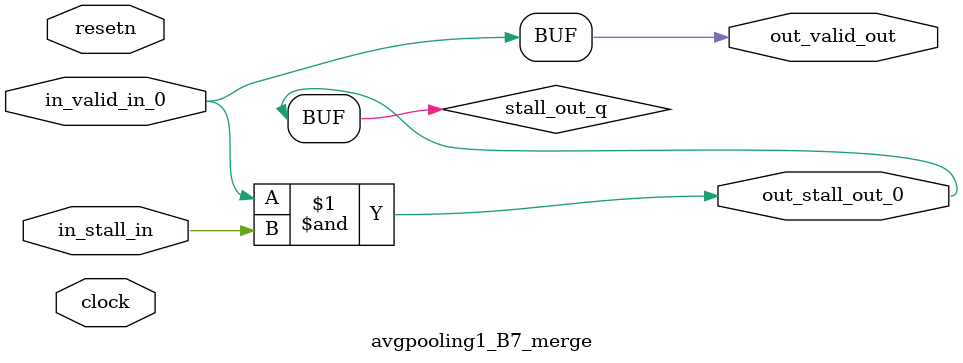
<source format=sv>



(* altera_attribute = "-name AUTO_SHIFT_REGISTER_RECOGNITION OFF; -name MESSAGE_DISABLE 10036; -name MESSAGE_DISABLE 10037; -name MESSAGE_DISABLE 14130; -name MESSAGE_DISABLE 14320; -name MESSAGE_DISABLE 15400; -name MESSAGE_DISABLE 14130; -name MESSAGE_DISABLE 10036; -name MESSAGE_DISABLE 12020; -name MESSAGE_DISABLE 12030; -name MESSAGE_DISABLE 12010; -name MESSAGE_DISABLE 12110; -name MESSAGE_DISABLE 14320; -name MESSAGE_DISABLE 13410; -name MESSAGE_DISABLE 113007; -name MESSAGE_DISABLE 10958" *)
module avgpooling1_B7_merge (
    input wire [0:0] in_stall_in,
    input wire [0:0] in_valid_in_0,
    output wire [0:0] out_stall_out_0,
    output wire [0:0] out_valid_out,
    input wire clock,
    input wire resetn
    );

    wire [0:0] stall_out_q;


    // stall_out(LOGICAL,6)
    assign stall_out_q = in_valid_in_0 & in_stall_in;

    // out_stall_out_0(GPOUT,4)
    assign out_stall_out_0 = stall_out_q;

    // out_valid_out(GPOUT,5)
    assign out_valid_out = in_valid_in_0;

endmodule

</source>
